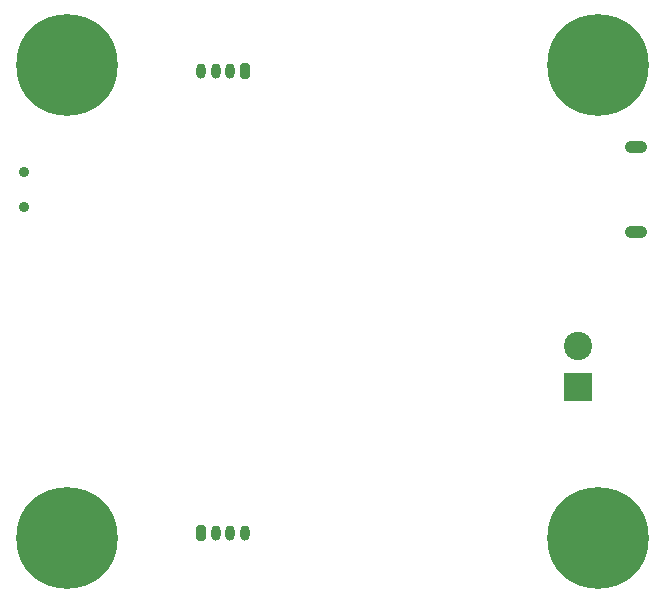
<source format=gbr>
%TF.GenerationSoftware,KiCad,Pcbnew,7.0.5*%
%TF.CreationDate,2023-06-12T20:17:58-07:00*%
%TF.ProjectId,kicad_tutorial,6b696361-645f-4747-9574-6f7269616c2e,rev?*%
%TF.SameCoordinates,Original*%
%TF.FileFunction,Soldermask,Bot*%
%TF.FilePolarity,Negative*%
%FSLAX46Y46*%
G04 Gerber Fmt 4.6, Leading zero omitted, Abs format (unit mm)*
G04 Created by KiCad (PCBNEW 7.0.5) date 2023-06-12 20:17:58*
%MOMM*%
%LPD*%
G01*
G04 APERTURE LIST*
G04 Aperture macros list*
%AMRoundRect*
0 Rectangle with rounded corners*
0 $1 Rounding radius*
0 $2 $3 $4 $5 $6 $7 $8 $9 X,Y pos of 4 corners*
0 Add a 4 corners polygon primitive as box body*
4,1,4,$2,$3,$4,$5,$6,$7,$8,$9,$2,$3,0*
0 Add four circle primitives for the rounded corners*
1,1,$1+$1,$2,$3*
1,1,$1+$1,$4,$5*
1,1,$1+$1,$6,$7*
1,1,$1+$1,$8,$9*
0 Add four rect primitives between the rounded corners*
20,1,$1+$1,$2,$3,$4,$5,0*
20,1,$1+$1,$4,$5,$6,$7,0*
20,1,$1+$1,$6,$7,$8,$9,0*
20,1,$1+$1,$8,$9,$2,$3,0*%
G04 Aperture macros list end*
%ADD10RoundRect,0.200000X-0.200000X-0.450000X0.200000X-0.450000X0.200000X0.450000X-0.200000X0.450000X0*%
%ADD11O,0.800000X1.300000*%
%ADD12C,0.900000*%
%ADD13C,8.600000*%
%ADD14RoundRect,0.200000X0.200000X0.450000X-0.200000X0.450000X-0.200000X-0.450000X0.200000X-0.450000X0*%
%ADD15R,2.400000X2.400000*%
%ADD16C,2.400000*%
%ADD17O,1.900000X1.050000*%
G04 APERTURE END LIST*
D10*
%TO.C,J4*%
X137125000Y-119050000D03*
D11*
X138375000Y-119050000D03*
X139625000Y-119050000D03*
X140875000Y-119050000D03*
%TD*%
D12*
%TO.C,H3*%
X122525000Y-119500000D03*
X123469581Y-117219581D03*
X123469581Y-121780419D03*
X125750000Y-116275000D03*
D13*
X125750000Y-119500000D03*
D12*
X125750000Y-122725000D03*
X128030419Y-117219581D03*
X128030419Y-121780419D03*
X128975000Y-119500000D03*
%TD*%
%TO.C,SW1*%
X122180000Y-91500000D03*
X122180000Y-88500000D03*
%TD*%
D14*
%TO.C,J3*%
X140875000Y-79950000D03*
D11*
X139625000Y-79950000D03*
X138375000Y-79950000D03*
X137125000Y-79950000D03*
%TD*%
D12*
%TO.C,H4*%
X122525000Y-79500000D03*
X123469581Y-77219581D03*
X123469581Y-81780419D03*
X125750000Y-76275000D03*
D13*
X125750000Y-79500000D03*
D12*
X125750000Y-82725000D03*
X128030419Y-77219581D03*
X128030419Y-81780419D03*
X128975000Y-79500000D03*
%TD*%
%TO.C,H1*%
X167525000Y-79500000D03*
X168469581Y-77219581D03*
X168469581Y-81780419D03*
X170750000Y-76275000D03*
D13*
X170750000Y-79500000D03*
D12*
X170750000Y-82725000D03*
X173030419Y-77219581D03*
X173030419Y-81780419D03*
X173975000Y-79500000D03*
%TD*%
%TO.C,H2*%
X167525000Y-119500000D03*
X168469581Y-117219581D03*
X168469581Y-121780419D03*
X170750000Y-116275000D03*
D13*
X170750000Y-119500000D03*
D12*
X170750000Y-122725000D03*
X173030419Y-117219581D03*
X173030419Y-121780419D03*
X173975000Y-119500000D03*
%TD*%
D15*
%TO.C,J1*%
X169050000Y-106750000D03*
D16*
X169050000Y-103250000D03*
%TD*%
D17*
%TO.C,J5*%
X173950000Y-93575000D03*
X173950000Y-86425000D03*
%TD*%
M02*

</source>
